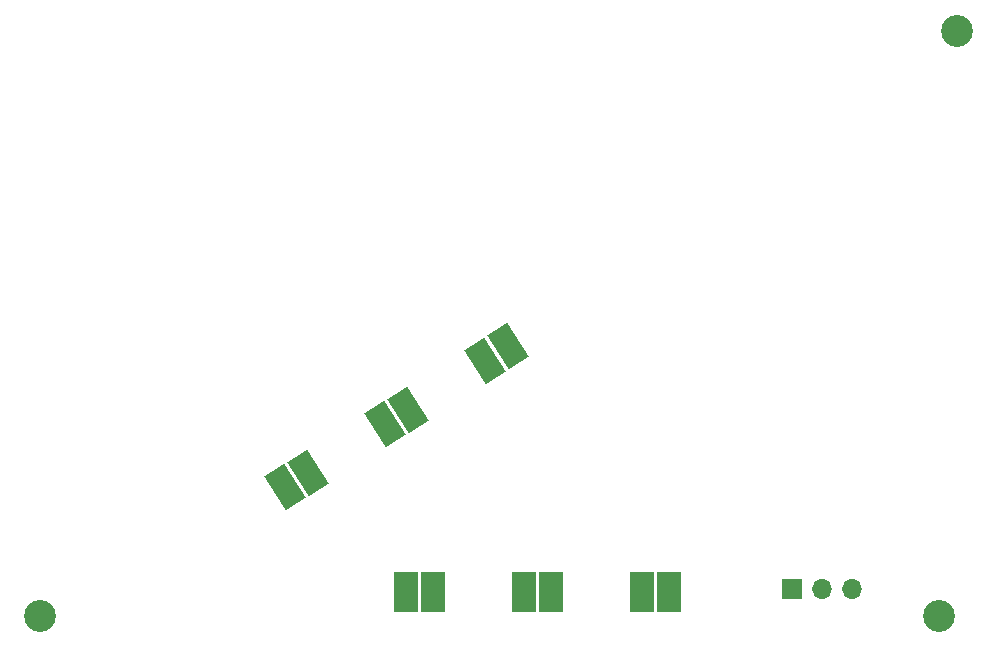
<source format=gts>
G04 #@! TF.GenerationSoftware,KiCad,Pcbnew,(6.0.0)*
G04 #@! TF.CreationDate,2022-02-12T00:13:16-05:00*
G04 #@! TF.ProjectId,FalconLHS,46616c63-6f6e-44c4-9853-2e6b69636164,1A*
G04 #@! TF.SameCoordinates,Original*
G04 #@! TF.FileFunction,Soldermask,Top*
G04 #@! TF.FilePolarity,Negative*
%FSLAX46Y46*%
G04 Gerber Fmt 4.6, Leading zero omitted, Abs format (unit mm)*
G04 Created by KiCad (PCBNEW (6.0.0)) date 2022-02-12 00:13:16*
%MOMM*%
%LPD*%
G01*
G04 APERTURE LIST*
G04 Aperture macros list*
%AMRotRect*
0 Rectangle, with rotation*
0 The origin of the aperture is its center*
0 $1 length*
0 $2 width*
0 $3 Rotation angle, in degrees counterclockwise*
0 Add horizontal line*
21,1,$1,$2,0,0,$3*%
G04 Aperture macros list end*
%ADD10C,2.700000*%
%ADD11R,2.000000X3.400000*%
%ADD12RotRect,2.000000X3.400000X212.492996*%
%ADD13R,1.700000X1.700000*%
%ADD14O,1.700000X1.700000*%
G04 APERTURE END LIST*
D10*
X185125000Y-124000000D03*
X186675000Y-74525000D03*
X109000000Y-124000000D03*
D11*
X152280000Y-122000000D03*
X149980000Y-122000000D03*
D12*
X146668457Y-102408507D03*
X148608409Y-101172955D03*
X138236158Y-107783892D03*
X140176110Y-106548340D03*
D11*
X162280000Y-122000000D03*
X159980000Y-122000000D03*
X142280000Y-122000000D03*
X139980000Y-122000000D03*
D12*
X129787572Y-113131728D03*
X131727524Y-111896176D03*
D13*
X172690000Y-121750000D03*
D14*
X175230000Y-121750000D03*
X177770000Y-121750000D03*
M02*

</source>
